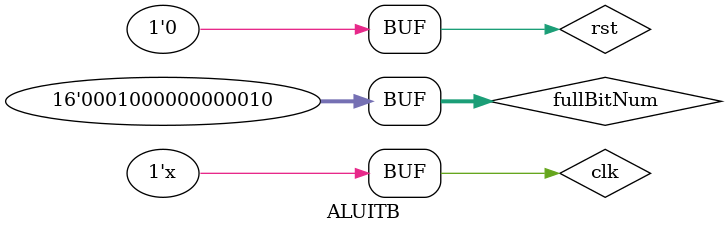
<source format=v>
`include "ALUIfsm.v"
`timescale 1ns/10ps

module ALUITB;
reg clk, rst;
reg [15:0] fullBitNum;

wire [15:0] param2num;
wire PC_inc, ALUin1, ALUin2, ALU_outlach, ALU_outEN, done, immediate_out,
        G0_in, G0_out, G1_in, G1_out, G2_in, G2_out, G3_in, G3_out; 

ALUIfsm fsm(clk, rst, fullBitNum, PC_inc, ALUin1, ALUin2, ALU_outlach, ALU_outEN, done, immediate_out, param2num,
                G0_in, G0_out, G1_in, G1_out, G2_in, G2_out, G3_in, G3_out);

initial begin
    $dumpfile("ALUIfsm.vcd");
    $dumpvars(0, ALUITB);

    clk = 0;
    rst = 0;
    fullBitNum = 16'b0001000000000010;

    rst = 1; 
    #2 rst = 0;
end

always #10 clk =~ clk;
    
endmodule
</source>
